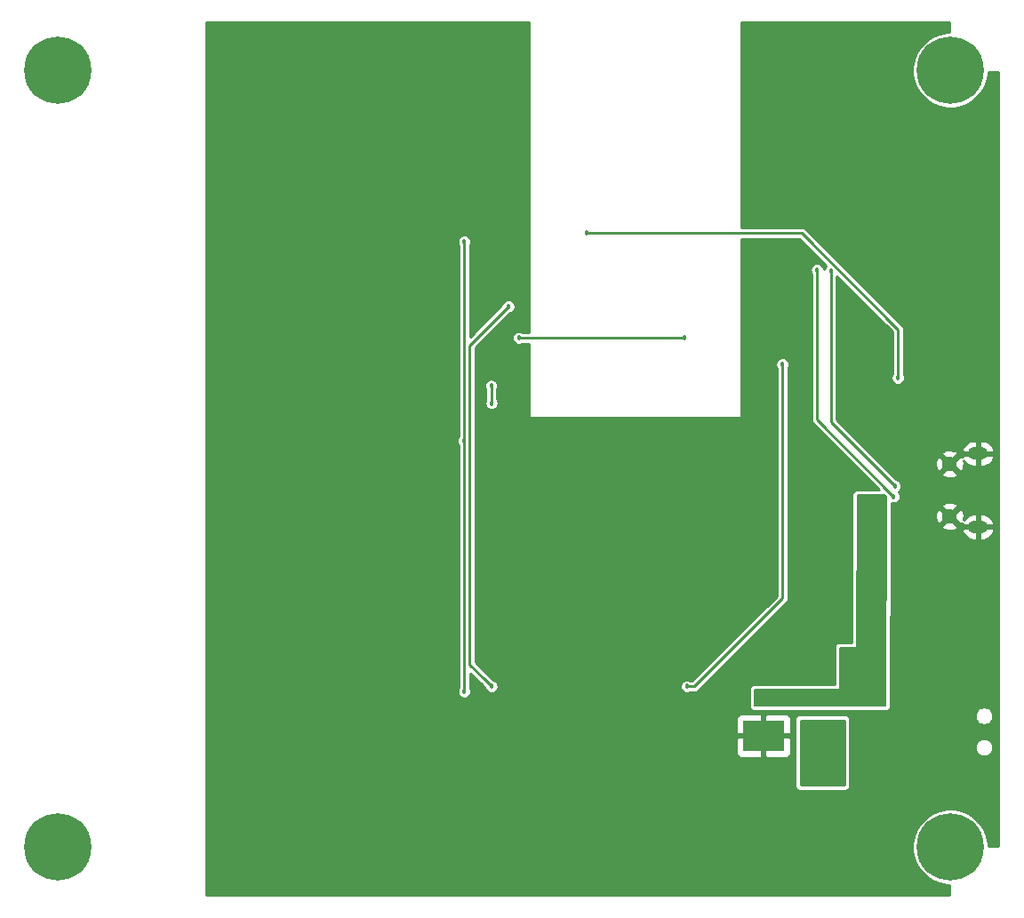
<source format=gbr>
%TF.GenerationSoftware,KiCad,Pcbnew,(5.1.6)-1*%
%TF.CreationDate,2020-08-30T19:00:44+08:00*%
%TF.ProjectId,tftesp8266,74667465-7370-4383-9236-362e6b696361,rev?*%
%TF.SameCoordinates,Original*%
%TF.FileFunction,Copper,L2,Bot*%
%TF.FilePolarity,Positive*%
%FSLAX46Y46*%
G04 Gerber Fmt 4.6, Leading zero omitted, Abs format (unit mm)*
G04 Created by KiCad (PCBNEW (5.1.6)-1) date 2020-08-30 19:00:44*
%MOMM*%
%LPD*%
G01*
G04 APERTURE LIST*
%TA.AperFunction,ComponentPad*%
%ADD10C,0.800000*%
%TD*%
%TA.AperFunction,ComponentPad*%
%ADD11C,6.400000*%
%TD*%
%TA.AperFunction,SMDPad,CuDef*%
%ADD12R,4.000000X3.000000*%
%TD*%
%TA.AperFunction,ComponentPad*%
%ADD13O,1.900000X1.200000*%
%TD*%
%TA.AperFunction,ComponentPad*%
%ADD14C,1.450000*%
%TD*%
%TA.AperFunction,ViaPad*%
%ADD15C,0.457200*%
%TD*%
%TA.AperFunction,ViaPad*%
%ADD16C,0.800000*%
%TD*%
%TA.AperFunction,Conductor*%
%ADD17C,0.254000*%
%TD*%
%TA.AperFunction,Conductor*%
%ADD18C,0.200000*%
%TD*%
G04 APERTURE END LIST*
D10*
%TO.P,REF\u002A\u002A,1*%
%TO.N,N/C*%
X188697056Y-121302944D03*
X187000000Y-120600000D03*
X185302944Y-121302944D03*
X184600000Y-123000000D03*
X185302944Y-124697056D03*
X187000000Y-125400000D03*
X188697056Y-124697056D03*
X189400000Y-123000000D03*
D11*
X187000000Y-123000000D03*
%TD*%
D10*
%TO.P,REF\u002A\u002A,1*%
%TO.N,N/C*%
X103697056Y-121302944D03*
X102000000Y-120600000D03*
X100302944Y-121302944D03*
X99600000Y-123000000D03*
X100302944Y-124697056D03*
X102000000Y-125400000D03*
X103697056Y-124697056D03*
X104400000Y-123000000D03*
D11*
X102000000Y-123000000D03*
%TD*%
D10*
%TO.P,REF\u002A\u002A,1*%
%TO.N,N/C*%
X188697056Y-47302944D03*
X187000000Y-46600000D03*
X185302944Y-47302944D03*
X184600000Y-49000000D03*
X185302944Y-50697056D03*
X187000000Y-51400000D03*
X188697056Y-50697056D03*
X189400000Y-49000000D03*
D11*
X187000000Y-49000000D03*
%TD*%
D10*
%TO.P,REF\u002A\u002A,1*%
%TO.N,N/C*%
X103697056Y-47302944D03*
X102000000Y-46600000D03*
X100302944Y-47302944D03*
X99600000Y-49000000D03*
X100302944Y-50697056D03*
X102000000Y-51400000D03*
X103697056Y-50697056D03*
X104400000Y-49000000D03*
D11*
X102000000Y-49000000D03*
%TD*%
D12*
%TO.P,BT1,2*%
%TO.N,GND*%
X169200000Y-112400000D03*
%TO.P,BT1,1*%
%TO.N,Net-(BT1-Pad1)*%
X174700000Y-112400000D03*
%TD*%
D13*
%TO.P,J1,6*%
%TO.N,GND*%
X189637500Y-85500000D03*
X189637500Y-92500000D03*
D14*
X186937500Y-86500000D03*
X186937500Y-91500000D03*
%TD*%
D15*
%TO.N,GND*%
X187000000Y-67000000D03*
X187000000Y-68000000D03*
X187000000Y-69000000D03*
X179000000Y-80000000D03*
X178000000Y-80000000D03*
X177000000Y-80000000D03*
X139300000Y-91000000D03*
X142300000Y-70000000D03*
X139300000Y-94499988D03*
D16*
%TO.N,Net-(BT1-Pad1)*%
X173200000Y-116400000D03*
X174200000Y-116400000D03*
X175200000Y-116400000D03*
X176200000Y-116400000D03*
D15*
%TO.N,VCC*%
X168800000Y-109300000D03*
X169500000Y-109300000D03*
D16*
X179700000Y-92900000D03*
X176900000Y-104500000D03*
X180100000Y-90300000D03*
D15*
%TO.N,/nRST*%
X182000000Y-78300000D03*
X140700000Y-65300000D03*
X140699992Y-108200000D03*
X152386088Y-64513908D03*
X140644400Y-84300000D03*
%TO.N,/GPIO16*%
X144900000Y-71500000D03*
X143300000Y-107700000D03*
%TO.N,Net-(J1-Pad3)*%
X181700000Y-88600000D03*
X175600000Y-68100006D03*
%TO.N,Net-(J1-Pad2)*%
X181600000Y-89600000D03*
X174300000Y-68000000D03*
%TO.N,/SDO*%
X143257128Y-79057120D03*
X143300000Y-80700000D03*
%TO.N,/DC*%
X161700000Y-74500000D03*
X145900000Y-74500004D03*
%TO.N,/GPIO0*%
X171000000Y-77000000D03*
X161899998Y-107700000D03*
%TD*%
D17*
%TO.N,/nRST*%
X140700000Y-65300000D02*
X140700000Y-108199992D01*
X140700000Y-108199992D02*
X140699992Y-108200000D01*
X172836192Y-64513908D02*
X152386088Y-64513908D01*
X182000000Y-73677716D02*
X172836192Y-64513908D01*
X182000000Y-78300000D02*
X182000000Y-73677716D01*
%TO.N,/GPIO16*%
X144900000Y-71500000D02*
X141200000Y-75200000D01*
X141200000Y-75200000D02*
X141200000Y-105600000D01*
X141200000Y-105600000D02*
X142700000Y-107100000D01*
X142700000Y-107100000D02*
X143300000Y-107700000D01*
%TO.N,Net-(J1-Pad3)*%
X175600000Y-82500000D02*
X175600000Y-68100006D01*
X181700000Y-88600000D02*
X175600000Y-82500000D01*
%TO.N,Net-(J1-Pad2)*%
X181600000Y-89600000D02*
X174300000Y-82300000D01*
X174300000Y-82300000D02*
X174300000Y-68000000D01*
%TO.N,/SDO*%
X143257128Y-80657128D02*
X143300000Y-80700000D01*
X143257128Y-79057120D02*
X143257128Y-80657128D01*
%TO.N,/DC*%
X145900004Y-74500000D02*
X145900000Y-74500004D01*
X161700000Y-74500000D02*
X145900004Y-74500000D01*
%TO.N,/GPIO0*%
X162600000Y-107700000D02*
X161899998Y-107700000D01*
X171000000Y-77000000D02*
X171000000Y-99300000D01*
X171000000Y-99300000D02*
X162600000Y-107700000D01*
%TD*%
D18*
%TO.N,VCC*%
G36*
X180849517Y-89594807D02*
G01*
X180800247Y-109500000D01*
X168400000Y-109500000D01*
X168400000Y-108000000D01*
X176400000Y-108000000D01*
X176419509Y-107998079D01*
X176438268Y-107992388D01*
X176455557Y-107983147D01*
X176470711Y-107970711D01*
X176483147Y-107955557D01*
X176492388Y-107938268D01*
X176498079Y-107919509D01*
X176500000Y-107900000D01*
X176500000Y-104000000D01*
X178000000Y-104000000D01*
X178019509Y-103998079D01*
X178038268Y-103992388D01*
X178055557Y-103983147D01*
X178070711Y-103970711D01*
X178083147Y-103955557D01*
X178092388Y-103938268D01*
X178098079Y-103919509D01*
X178099999Y-103900345D01*
X178149655Y-89500000D01*
X180754710Y-89500000D01*
X180849517Y-89594807D01*
G37*
X180849517Y-89594807D02*
X180800247Y-109500000D01*
X168400000Y-109500000D01*
X168400000Y-108000000D01*
X176400000Y-108000000D01*
X176419509Y-107998079D01*
X176438268Y-107992388D01*
X176455557Y-107983147D01*
X176470711Y-107970711D01*
X176483147Y-107955557D01*
X176492388Y-107938268D01*
X176498079Y-107919509D01*
X176500000Y-107900000D01*
X176500000Y-104000000D01*
X178000000Y-104000000D01*
X178019509Y-103998079D01*
X178038268Y-103992388D01*
X178055557Y-103983147D01*
X178070711Y-103970711D01*
X178083147Y-103955557D01*
X178092388Y-103938268D01*
X178098079Y-103919509D01*
X178099999Y-103900345D01*
X178149655Y-89500000D01*
X180754710Y-89500000D01*
X180849517Y-89594807D01*
D17*
%TO.N,Net-(BT1-Pad1)*%
G36*
X176873000Y-117073000D02*
G01*
X172727000Y-117073000D01*
X172727000Y-110927000D01*
X176873000Y-110927000D01*
X176873000Y-117073000D01*
G37*
X176873000Y-117073000D02*
X172727000Y-117073000D01*
X172727000Y-110927000D01*
X176873000Y-110927000D01*
X176873000Y-117073000D01*
%TO.N,GND*%
G36*
X146873000Y-73946000D02*
G01*
X146250923Y-73946000D01*
X146210543Y-73919019D01*
X146091231Y-73869599D01*
X145964571Y-73844404D01*
X145835429Y-73844404D01*
X145708769Y-73869599D01*
X145589457Y-73919019D01*
X145482079Y-73990766D01*
X145390762Y-74082083D01*
X145319015Y-74189461D01*
X145269595Y-74308773D01*
X145244400Y-74435433D01*
X145244400Y-74564575D01*
X145269595Y-74691235D01*
X145319015Y-74810547D01*
X145390762Y-74917925D01*
X145482079Y-75009242D01*
X145589457Y-75080989D01*
X145708769Y-75130409D01*
X145835429Y-75155604D01*
X145964571Y-75155604D01*
X146091231Y-75130409D01*
X146210543Y-75080989D01*
X146250935Y-75054000D01*
X146873000Y-75054000D01*
X146873000Y-82000000D01*
X146875440Y-82024776D01*
X146882667Y-82048601D01*
X146894403Y-82070557D01*
X146910197Y-82089803D01*
X146929443Y-82105597D01*
X146951399Y-82117333D01*
X146975224Y-82124560D01*
X147000000Y-82127000D01*
X167000000Y-82127000D01*
X167024776Y-82124560D01*
X167048601Y-82117333D01*
X167070557Y-82105597D01*
X167089803Y-82089803D01*
X167105597Y-82070557D01*
X167117333Y-82048601D01*
X167124560Y-82024776D01*
X167127000Y-82000000D01*
X167127000Y-65067908D01*
X172606719Y-65067908D01*
X175155829Y-67617018D01*
X175090762Y-67682085D01*
X175019015Y-67789463D01*
X174969595Y-67908775D01*
X174955600Y-67979130D01*
X174955600Y-67935429D01*
X174930405Y-67808769D01*
X174880985Y-67689457D01*
X174809238Y-67582079D01*
X174717921Y-67490762D01*
X174610543Y-67419015D01*
X174491231Y-67369595D01*
X174364571Y-67344400D01*
X174235429Y-67344400D01*
X174108769Y-67369595D01*
X173989457Y-67419015D01*
X173882079Y-67490762D01*
X173790762Y-67582079D01*
X173719015Y-67689457D01*
X173669595Y-67808769D01*
X173644400Y-67935429D01*
X173644400Y-68064571D01*
X173669595Y-68191231D01*
X173719015Y-68310543D01*
X173746001Y-68350931D01*
X173746000Y-82272796D01*
X173743321Y-82300000D01*
X173746000Y-82327204D01*
X173746000Y-82327211D01*
X173754016Y-82408602D01*
X173785695Y-82513031D01*
X173837137Y-82609275D01*
X173906368Y-82693632D01*
X173927510Y-82710983D01*
X180189526Y-88973000D01*
X178050000Y-88973000D01*
X177968141Y-88980920D01*
X177887955Y-89004942D01*
X177813997Y-89044147D01*
X177749108Y-89097026D01*
X177695783Y-89161549D01*
X177656069Y-89235235D01*
X177631494Y-89315253D01*
X177623003Y-89398528D01*
X177574470Y-103473000D01*
X176400000Y-103473000D01*
X176316696Y-103481205D01*
X176236594Y-103505503D01*
X176162772Y-103544962D01*
X176098065Y-103598065D01*
X176044962Y-103662772D01*
X176005503Y-103736594D01*
X175981205Y-103816696D01*
X175973000Y-103900000D01*
X175973000Y-107473000D01*
X168300000Y-107473000D01*
X168216696Y-107481205D01*
X168136594Y-107505503D01*
X168062772Y-107544962D01*
X167998065Y-107598065D01*
X167944962Y-107662772D01*
X167905503Y-107736594D01*
X167881205Y-107816696D01*
X167873000Y-107900000D01*
X167873000Y-109600000D01*
X167881205Y-109683304D01*
X167905503Y-109763406D01*
X167944962Y-109837228D01*
X167998065Y-109901935D01*
X168062772Y-109955038D01*
X168136594Y-109994497D01*
X168216696Y-110018795D01*
X168300000Y-110027000D01*
X180900000Y-110027000D01*
X180982267Y-110019000D01*
X181062429Y-109994900D01*
X181136349Y-109955624D01*
X181201186Y-109902681D01*
X181254449Y-109838107D01*
X181294091Y-109764382D01*
X181318588Y-109684340D01*
X181326999Y-109601057D01*
X181369478Y-92439133D01*
X186177972Y-92439133D01*
X186240465Y-92675450D01*
X186483178Y-92788850D01*
X186743349Y-92852719D01*
X187010982Y-92864604D01*
X187275791Y-92824048D01*
X187293523Y-92817609D01*
X188094038Y-92817609D01*
X188097909Y-92855282D01*
X188190079Y-93080533D01*
X188324422Y-93283474D01*
X188495775Y-93456307D01*
X188697554Y-93592390D01*
X188922004Y-93686493D01*
X189160500Y-93735000D01*
X189510500Y-93735000D01*
X189510500Y-92627000D01*
X189764500Y-92627000D01*
X189764500Y-93735000D01*
X190114500Y-93735000D01*
X190352996Y-93686493D01*
X190577446Y-93592390D01*
X190779225Y-93456307D01*
X190950578Y-93283474D01*
X191084921Y-93080533D01*
X191177091Y-92855282D01*
X191180962Y-92817609D01*
X191056231Y-92627000D01*
X189764500Y-92627000D01*
X189510500Y-92627000D01*
X188218769Y-92627000D01*
X188094038Y-92817609D01*
X187293523Y-92817609D01*
X187527600Y-92732609D01*
X187634535Y-92675450D01*
X187697028Y-92439133D01*
X186937500Y-91679605D01*
X186177972Y-92439133D01*
X181369478Y-92439133D01*
X181371621Y-91573482D01*
X185572896Y-91573482D01*
X185613452Y-91838291D01*
X185704891Y-92090100D01*
X185762050Y-92197035D01*
X185998367Y-92259528D01*
X186757895Y-91500000D01*
X187117105Y-91500000D01*
X187876633Y-92259528D01*
X188104997Y-92199138D01*
X188218769Y-92373000D01*
X189510500Y-92373000D01*
X189510500Y-91265000D01*
X189764500Y-91265000D01*
X189764500Y-92373000D01*
X191056231Y-92373000D01*
X191180962Y-92182391D01*
X191177091Y-92144718D01*
X191084921Y-91919467D01*
X190950578Y-91716526D01*
X190779225Y-91543693D01*
X190577446Y-91407610D01*
X190352996Y-91313507D01*
X190114500Y-91265000D01*
X189764500Y-91265000D01*
X189510500Y-91265000D01*
X189160500Y-91265000D01*
X188922004Y-91313507D01*
X188697554Y-91407610D01*
X188495775Y-91543693D01*
X188324422Y-91716526D01*
X188261329Y-91811836D01*
X188290219Y-91694151D01*
X188302104Y-91426518D01*
X188261548Y-91161709D01*
X188170109Y-90909900D01*
X188112950Y-90802965D01*
X187876633Y-90740472D01*
X187117105Y-91500000D01*
X186757895Y-91500000D01*
X185998367Y-90740472D01*
X185762050Y-90802965D01*
X185648650Y-91045678D01*
X185584781Y-91305849D01*
X185572896Y-91573482D01*
X181371621Y-91573482D01*
X181374128Y-90560867D01*
X186177972Y-90560867D01*
X186937500Y-91320395D01*
X187697028Y-90560867D01*
X187634535Y-90324550D01*
X187391822Y-90211150D01*
X187131651Y-90147281D01*
X186864018Y-90135396D01*
X186599209Y-90175952D01*
X186347400Y-90267391D01*
X186240465Y-90324550D01*
X186177972Y-90560867D01*
X181374128Y-90560867D01*
X181374981Y-90216410D01*
X181408769Y-90230405D01*
X181535429Y-90255600D01*
X181664571Y-90255600D01*
X181791231Y-90230405D01*
X181910543Y-90180985D01*
X182017921Y-90109238D01*
X182109238Y-90017921D01*
X182180985Y-89910543D01*
X182230405Y-89791231D01*
X182255600Y-89664571D01*
X182255600Y-89535429D01*
X182230405Y-89408769D01*
X182180985Y-89289457D01*
X182109238Y-89182079D01*
X182069051Y-89141892D01*
X182117921Y-89109238D01*
X182209238Y-89017921D01*
X182280985Y-88910543D01*
X182330405Y-88791231D01*
X182355600Y-88664571D01*
X182355600Y-88535429D01*
X182330405Y-88408769D01*
X182280985Y-88289457D01*
X182209238Y-88182079D01*
X182117921Y-88090762D01*
X182010543Y-88019015D01*
X181891231Y-87969595D01*
X181843594Y-87960119D01*
X181322608Y-87439133D01*
X186177972Y-87439133D01*
X186240465Y-87675450D01*
X186483178Y-87788850D01*
X186743349Y-87852719D01*
X187010982Y-87864604D01*
X187275791Y-87824048D01*
X187527600Y-87732609D01*
X187634535Y-87675450D01*
X187697028Y-87439133D01*
X186937500Y-86679605D01*
X186177972Y-87439133D01*
X181322608Y-87439133D01*
X180456957Y-86573482D01*
X185572896Y-86573482D01*
X185613452Y-86838291D01*
X185704891Y-87090100D01*
X185762050Y-87197035D01*
X185998367Y-87259528D01*
X186757895Y-86500000D01*
X187117105Y-86500000D01*
X187876633Y-87259528D01*
X188112950Y-87197035D01*
X188226350Y-86954322D01*
X188290219Y-86694151D01*
X188302104Y-86426518D01*
X188266885Y-86196558D01*
X188324422Y-86283474D01*
X188495775Y-86456307D01*
X188697554Y-86592390D01*
X188922004Y-86686493D01*
X189160500Y-86735000D01*
X189510500Y-86735000D01*
X189510500Y-85627000D01*
X189764500Y-85627000D01*
X189764500Y-86735000D01*
X190114500Y-86735000D01*
X190352996Y-86686493D01*
X190577446Y-86592390D01*
X190779225Y-86456307D01*
X190950578Y-86283474D01*
X191084921Y-86080533D01*
X191177091Y-85855282D01*
X191180962Y-85817609D01*
X191056231Y-85627000D01*
X189764500Y-85627000D01*
X189510500Y-85627000D01*
X188218769Y-85627000D01*
X188104997Y-85800862D01*
X187876633Y-85740472D01*
X187117105Y-86500000D01*
X186757895Y-86500000D01*
X185998367Y-85740472D01*
X185762050Y-85802965D01*
X185648650Y-86045678D01*
X185584781Y-86305849D01*
X185572896Y-86573482D01*
X180456957Y-86573482D01*
X179444342Y-85560867D01*
X186177972Y-85560867D01*
X186937500Y-86320395D01*
X187697028Y-85560867D01*
X187634535Y-85324550D01*
X187391822Y-85211150D01*
X187274672Y-85182391D01*
X188094038Y-85182391D01*
X188218769Y-85373000D01*
X189510500Y-85373000D01*
X189510500Y-84265000D01*
X189764500Y-84265000D01*
X189764500Y-85373000D01*
X191056231Y-85373000D01*
X191180962Y-85182391D01*
X191177091Y-85144718D01*
X191084921Y-84919467D01*
X190950578Y-84716526D01*
X190779225Y-84543693D01*
X190577446Y-84407610D01*
X190352996Y-84313507D01*
X190114500Y-84265000D01*
X189764500Y-84265000D01*
X189510500Y-84265000D01*
X189160500Y-84265000D01*
X188922004Y-84313507D01*
X188697554Y-84407610D01*
X188495775Y-84543693D01*
X188324422Y-84716526D01*
X188190079Y-84919467D01*
X188097909Y-85144718D01*
X188094038Y-85182391D01*
X187274672Y-85182391D01*
X187131651Y-85147281D01*
X186864018Y-85135396D01*
X186599209Y-85175952D01*
X186347400Y-85267391D01*
X186240465Y-85324550D01*
X186177972Y-85560867D01*
X179444342Y-85560867D01*
X176154000Y-82270527D01*
X176154000Y-68615190D01*
X181446001Y-73907192D01*
X181446000Y-77949071D01*
X181419015Y-77989457D01*
X181369595Y-78108769D01*
X181344400Y-78235429D01*
X181344400Y-78364571D01*
X181369595Y-78491231D01*
X181419015Y-78610543D01*
X181490762Y-78717921D01*
X181582079Y-78809238D01*
X181689457Y-78880985D01*
X181808769Y-78930405D01*
X181935429Y-78955600D01*
X182064571Y-78955600D01*
X182191231Y-78930405D01*
X182310543Y-78880985D01*
X182417921Y-78809238D01*
X182509238Y-78717921D01*
X182580985Y-78610543D01*
X182630405Y-78491231D01*
X182655600Y-78364571D01*
X182655600Y-78235429D01*
X182630405Y-78108769D01*
X182580985Y-77989457D01*
X182554000Y-77949071D01*
X182554000Y-73704928D01*
X182556680Y-73677716D01*
X182545984Y-73569113D01*
X182514305Y-73464684D01*
X182462863Y-73368441D01*
X182410979Y-73305220D01*
X182410974Y-73305215D01*
X182393632Y-73284084D01*
X182372501Y-73266742D01*
X173247175Y-64141418D01*
X173229824Y-64120276D01*
X173145467Y-64051045D01*
X173049224Y-63999603D01*
X172944795Y-63967924D01*
X172863404Y-63959908D01*
X172863396Y-63959908D01*
X172836192Y-63957229D01*
X172808988Y-63959908D01*
X167127000Y-63959908D01*
X167127000Y-44452000D01*
X186873000Y-44452000D01*
X186873000Y-45373000D01*
X186642772Y-45373000D01*
X185942043Y-45512383D01*
X185281971Y-45785794D01*
X184687922Y-46182725D01*
X184182725Y-46687922D01*
X183785794Y-47281971D01*
X183512383Y-47942043D01*
X183373000Y-48642772D01*
X183373000Y-49357228D01*
X183512383Y-50057957D01*
X183785794Y-50718029D01*
X184182725Y-51312078D01*
X184687922Y-51817275D01*
X185281971Y-52214206D01*
X185942043Y-52487617D01*
X186642772Y-52627000D01*
X187357228Y-52627000D01*
X188057957Y-52487617D01*
X188718029Y-52214206D01*
X189312078Y-51817275D01*
X189817275Y-51312078D01*
X190214206Y-50718029D01*
X190487617Y-50057957D01*
X190627000Y-49357228D01*
X190627000Y-49127000D01*
X191548000Y-49127000D01*
X191548001Y-122873000D01*
X190627000Y-122873000D01*
X190627000Y-122642772D01*
X190487617Y-121942043D01*
X190214206Y-121281971D01*
X189817275Y-120687922D01*
X189312078Y-120182725D01*
X188718029Y-119785794D01*
X188057957Y-119512383D01*
X187357228Y-119373000D01*
X186642772Y-119373000D01*
X185942043Y-119512383D01*
X185281971Y-119785794D01*
X184687922Y-120182725D01*
X184182725Y-120687922D01*
X183785794Y-121281971D01*
X183512383Y-121942043D01*
X183373000Y-122642772D01*
X183373000Y-123357228D01*
X183512383Y-124057957D01*
X183785794Y-124718029D01*
X184182725Y-125312078D01*
X184687922Y-125817275D01*
X185281971Y-126214206D01*
X185942043Y-126487617D01*
X186642772Y-126627000D01*
X186873000Y-126627000D01*
X186873000Y-127548000D01*
X116127000Y-127548000D01*
X116127000Y-113900000D01*
X166561928Y-113900000D01*
X166574188Y-114024482D01*
X166610498Y-114144180D01*
X166669463Y-114254494D01*
X166748815Y-114351185D01*
X166845506Y-114430537D01*
X166955820Y-114489502D01*
X167075518Y-114525812D01*
X167200000Y-114538072D01*
X168914250Y-114535000D01*
X169073000Y-114376250D01*
X169073000Y-112527000D01*
X169327000Y-112527000D01*
X169327000Y-114376250D01*
X169485750Y-114535000D01*
X171200000Y-114538072D01*
X171324482Y-114525812D01*
X171444180Y-114489502D01*
X171554494Y-114430537D01*
X171651185Y-114351185D01*
X171730537Y-114254494D01*
X171789502Y-114144180D01*
X171825812Y-114024482D01*
X171838072Y-113900000D01*
X171835000Y-112685750D01*
X171676250Y-112527000D01*
X169327000Y-112527000D01*
X169073000Y-112527000D01*
X166723750Y-112527000D01*
X166565000Y-112685750D01*
X166561928Y-113900000D01*
X116127000Y-113900000D01*
X116127000Y-110900000D01*
X166561928Y-110900000D01*
X166565000Y-112114250D01*
X166723750Y-112273000D01*
X169073000Y-112273000D01*
X169073000Y-110423750D01*
X169327000Y-110423750D01*
X169327000Y-112273000D01*
X171676250Y-112273000D01*
X171835000Y-112114250D01*
X171838072Y-110900000D01*
X171828224Y-110800000D01*
X172173000Y-110800000D01*
X172173000Y-117200000D01*
X172181205Y-117283304D01*
X172205503Y-117363406D01*
X172244962Y-117437228D01*
X172298065Y-117501935D01*
X172362772Y-117555038D01*
X172436594Y-117594497D01*
X172516696Y-117618795D01*
X172600000Y-117627000D01*
X177000000Y-117627000D01*
X177083304Y-117618795D01*
X177163406Y-117594497D01*
X177237228Y-117555038D01*
X177301935Y-117501935D01*
X177355038Y-117437228D01*
X177394497Y-117363406D01*
X177418795Y-117283304D01*
X177427000Y-117200000D01*
X177427000Y-113413623D01*
X189323000Y-113413623D01*
X189323000Y-113586377D01*
X189356703Y-113755811D01*
X189422813Y-113915415D01*
X189518790Y-114059055D01*
X189640945Y-114181210D01*
X189784585Y-114277187D01*
X189944189Y-114343297D01*
X190113623Y-114377000D01*
X190286377Y-114377000D01*
X190455811Y-114343297D01*
X190615415Y-114277187D01*
X190759055Y-114181210D01*
X190881210Y-114059055D01*
X190977187Y-113915415D01*
X191043297Y-113755811D01*
X191077000Y-113586377D01*
X191077000Y-113413623D01*
X191043297Y-113244189D01*
X190977187Y-113084585D01*
X190881210Y-112940945D01*
X190759055Y-112818790D01*
X190615415Y-112722813D01*
X190455811Y-112656703D01*
X190286377Y-112623000D01*
X190113623Y-112623000D01*
X189944189Y-112656703D01*
X189784585Y-112722813D01*
X189640945Y-112818790D01*
X189518790Y-112940945D01*
X189422813Y-113084585D01*
X189356703Y-113244189D01*
X189323000Y-113413623D01*
X177427000Y-113413623D01*
X177427000Y-110800000D01*
X177418795Y-110716696D01*
X177394497Y-110636594D01*
X177355038Y-110562772D01*
X177301935Y-110498065D01*
X177237228Y-110444962D01*
X177178598Y-110413623D01*
X189323000Y-110413623D01*
X189323000Y-110586377D01*
X189356703Y-110755811D01*
X189422813Y-110915415D01*
X189518790Y-111059055D01*
X189640945Y-111181210D01*
X189784585Y-111277187D01*
X189944189Y-111343297D01*
X190113623Y-111377000D01*
X190286377Y-111377000D01*
X190455811Y-111343297D01*
X190615415Y-111277187D01*
X190759055Y-111181210D01*
X190881210Y-111059055D01*
X190977187Y-110915415D01*
X191043297Y-110755811D01*
X191077000Y-110586377D01*
X191077000Y-110413623D01*
X191043297Y-110244189D01*
X190977187Y-110084585D01*
X190881210Y-109940945D01*
X190759055Y-109818790D01*
X190615415Y-109722813D01*
X190455811Y-109656703D01*
X190286377Y-109623000D01*
X190113623Y-109623000D01*
X189944189Y-109656703D01*
X189784585Y-109722813D01*
X189640945Y-109818790D01*
X189518790Y-109940945D01*
X189422813Y-110084585D01*
X189356703Y-110244189D01*
X189323000Y-110413623D01*
X177178598Y-110413623D01*
X177163406Y-110405503D01*
X177083304Y-110381205D01*
X177000000Y-110373000D01*
X172600000Y-110373000D01*
X172516696Y-110381205D01*
X172436594Y-110405503D01*
X172362772Y-110444962D01*
X172298065Y-110498065D01*
X172244962Y-110562772D01*
X172205503Y-110636594D01*
X172181205Y-110716696D01*
X172173000Y-110800000D01*
X171828224Y-110800000D01*
X171825812Y-110775518D01*
X171789502Y-110655820D01*
X171730537Y-110545506D01*
X171651185Y-110448815D01*
X171554494Y-110369463D01*
X171444180Y-110310498D01*
X171324482Y-110274188D01*
X171200000Y-110261928D01*
X169485750Y-110265000D01*
X169327000Y-110423750D01*
X169073000Y-110423750D01*
X168914250Y-110265000D01*
X167200000Y-110261928D01*
X167075518Y-110274188D01*
X166955820Y-110310498D01*
X166845506Y-110369463D01*
X166748815Y-110448815D01*
X166669463Y-110545506D01*
X166610498Y-110655820D01*
X166574188Y-110775518D01*
X166561928Y-110900000D01*
X116127000Y-110900000D01*
X116127000Y-84235429D01*
X139988800Y-84235429D01*
X139988800Y-84364571D01*
X140013995Y-84491231D01*
X140063415Y-84610543D01*
X140135162Y-84717921D01*
X140146000Y-84728759D01*
X140146001Y-107849057D01*
X140119007Y-107889457D01*
X140069587Y-108008769D01*
X140044392Y-108135429D01*
X140044392Y-108264571D01*
X140069587Y-108391231D01*
X140119007Y-108510543D01*
X140190754Y-108617921D01*
X140282071Y-108709238D01*
X140389449Y-108780985D01*
X140508761Y-108830405D01*
X140635421Y-108855600D01*
X140764563Y-108855600D01*
X140891223Y-108830405D01*
X141010535Y-108780985D01*
X141117913Y-108709238D01*
X141209230Y-108617921D01*
X141280977Y-108510543D01*
X141330397Y-108391231D01*
X141355592Y-108264571D01*
X141355592Y-108135429D01*
X141330397Y-108008769D01*
X141280977Y-107889457D01*
X141254000Y-107849083D01*
X141254000Y-106437473D01*
X142327504Y-107510978D01*
X142327509Y-107510982D01*
X142660119Y-107843592D01*
X142669595Y-107891231D01*
X142719015Y-108010543D01*
X142790762Y-108117921D01*
X142882079Y-108209238D01*
X142989457Y-108280985D01*
X143108769Y-108330405D01*
X143235429Y-108355600D01*
X143364571Y-108355600D01*
X143491231Y-108330405D01*
X143610543Y-108280985D01*
X143717921Y-108209238D01*
X143809238Y-108117921D01*
X143880985Y-108010543D01*
X143930405Y-107891231D01*
X143955600Y-107764571D01*
X143955600Y-107635429D01*
X161244398Y-107635429D01*
X161244398Y-107764571D01*
X161269593Y-107891231D01*
X161319013Y-108010543D01*
X161390760Y-108117921D01*
X161482077Y-108209238D01*
X161589455Y-108280985D01*
X161708767Y-108330405D01*
X161835427Y-108355600D01*
X161964569Y-108355600D01*
X162091229Y-108330405D01*
X162210541Y-108280985D01*
X162250927Y-108254000D01*
X162572796Y-108254000D01*
X162600000Y-108256679D01*
X162627204Y-108254000D01*
X162627212Y-108254000D01*
X162708603Y-108245984D01*
X162813032Y-108214305D01*
X162909275Y-108162863D01*
X162993632Y-108093632D01*
X163010983Y-108072490D01*
X171372501Y-99710974D01*
X171393632Y-99693632D01*
X171410974Y-99672501D01*
X171410979Y-99672496D01*
X171462862Y-99609276D01*
X171514304Y-99513033D01*
X171514305Y-99513032D01*
X171545984Y-99408603D01*
X171554000Y-99327212D01*
X171554000Y-99327204D01*
X171556679Y-99300000D01*
X171554000Y-99272796D01*
X171554000Y-77350929D01*
X171580985Y-77310543D01*
X171630405Y-77191231D01*
X171655600Y-77064571D01*
X171655600Y-76935429D01*
X171630405Y-76808769D01*
X171580985Y-76689457D01*
X171509238Y-76582079D01*
X171417921Y-76490762D01*
X171310543Y-76419015D01*
X171191231Y-76369595D01*
X171064571Y-76344400D01*
X170935429Y-76344400D01*
X170808769Y-76369595D01*
X170689457Y-76419015D01*
X170582079Y-76490762D01*
X170490762Y-76582079D01*
X170419015Y-76689457D01*
X170369595Y-76808769D01*
X170344400Y-76935429D01*
X170344400Y-77064571D01*
X170369595Y-77191231D01*
X170419015Y-77310543D01*
X170446000Y-77350929D01*
X170446001Y-99070524D01*
X162370527Y-107146000D01*
X162250927Y-107146000D01*
X162210541Y-107119015D01*
X162091229Y-107069595D01*
X161964569Y-107044400D01*
X161835427Y-107044400D01*
X161708767Y-107069595D01*
X161589455Y-107119015D01*
X161482077Y-107190762D01*
X161390760Y-107282079D01*
X161319013Y-107389457D01*
X161269593Y-107508769D01*
X161244398Y-107635429D01*
X143955600Y-107635429D01*
X143930405Y-107508769D01*
X143880985Y-107389457D01*
X143809238Y-107282079D01*
X143717921Y-107190762D01*
X143610543Y-107119015D01*
X143491231Y-107069595D01*
X143443592Y-107060119D01*
X143110982Y-106727509D01*
X143110978Y-106727504D01*
X141754000Y-105370527D01*
X141754000Y-78992549D01*
X142601528Y-78992549D01*
X142601528Y-79121691D01*
X142626723Y-79248351D01*
X142676143Y-79367663D01*
X142703128Y-79408050D01*
X142703129Y-80427810D01*
X142669595Y-80508769D01*
X142644400Y-80635429D01*
X142644400Y-80764571D01*
X142669595Y-80891231D01*
X142719015Y-81010543D01*
X142790762Y-81117921D01*
X142882079Y-81209238D01*
X142989457Y-81280985D01*
X143108769Y-81330405D01*
X143235429Y-81355600D01*
X143364571Y-81355600D01*
X143491231Y-81330405D01*
X143610543Y-81280985D01*
X143717921Y-81209238D01*
X143809238Y-81117921D01*
X143880985Y-81010543D01*
X143930405Y-80891231D01*
X143955600Y-80764571D01*
X143955600Y-80635429D01*
X143930405Y-80508769D01*
X143880985Y-80389457D01*
X143811128Y-80284908D01*
X143811128Y-79408049D01*
X143838113Y-79367663D01*
X143887533Y-79248351D01*
X143912728Y-79121691D01*
X143912728Y-78992549D01*
X143887533Y-78865889D01*
X143838113Y-78746577D01*
X143766366Y-78639199D01*
X143675049Y-78547882D01*
X143567671Y-78476135D01*
X143448359Y-78426715D01*
X143321699Y-78401520D01*
X143192557Y-78401520D01*
X143065897Y-78426715D01*
X142946585Y-78476135D01*
X142839207Y-78547882D01*
X142747890Y-78639199D01*
X142676143Y-78746577D01*
X142626723Y-78865889D01*
X142601528Y-78992549D01*
X141754000Y-78992549D01*
X141754000Y-75429473D01*
X145043593Y-72139881D01*
X145091231Y-72130405D01*
X145210543Y-72080985D01*
X145317921Y-72009238D01*
X145409238Y-71917921D01*
X145480985Y-71810543D01*
X145530405Y-71691231D01*
X145555600Y-71564571D01*
X145555600Y-71435429D01*
X145530405Y-71308769D01*
X145480985Y-71189457D01*
X145409238Y-71082079D01*
X145317921Y-70990762D01*
X145210543Y-70919015D01*
X145091231Y-70869595D01*
X144964571Y-70844400D01*
X144835429Y-70844400D01*
X144708769Y-70869595D01*
X144589457Y-70919015D01*
X144482079Y-70990762D01*
X144390762Y-71082079D01*
X144319015Y-71189457D01*
X144269595Y-71308769D01*
X144260119Y-71356407D01*
X141254000Y-74362527D01*
X141254000Y-65650929D01*
X141280985Y-65610543D01*
X141330405Y-65491231D01*
X141355600Y-65364571D01*
X141355600Y-65235429D01*
X141330405Y-65108769D01*
X141280985Y-64989457D01*
X141209238Y-64882079D01*
X141117921Y-64790762D01*
X141010543Y-64719015D01*
X140891231Y-64669595D01*
X140764571Y-64644400D01*
X140635429Y-64644400D01*
X140508769Y-64669595D01*
X140389457Y-64719015D01*
X140282079Y-64790762D01*
X140190762Y-64882079D01*
X140119015Y-64989457D01*
X140069595Y-65108769D01*
X140044400Y-65235429D01*
X140044400Y-65364571D01*
X140069595Y-65491231D01*
X140119015Y-65610543D01*
X140146000Y-65650929D01*
X140146000Y-83871241D01*
X140135162Y-83882079D01*
X140063415Y-83989457D01*
X140013995Y-84108769D01*
X139988800Y-84235429D01*
X116127000Y-84235429D01*
X116127000Y-44452000D01*
X146873000Y-44452000D01*
X146873000Y-73946000D01*
G37*
X146873000Y-73946000D02*
X146250923Y-73946000D01*
X146210543Y-73919019D01*
X146091231Y-73869599D01*
X145964571Y-73844404D01*
X145835429Y-73844404D01*
X145708769Y-73869599D01*
X145589457Y-73919019D01*
X145482079Y-73990766D01*
X145390762Y-74082083D01*
X145319015Y-74189461D01*
X145269595Y-74308773D01*
X145244400Y-74435433D01*
X145244400Y-74564575D01*
X145269595Y-74691235D01*
X145319015Y-74810547D01*
X145390762Y-74917925D01*
X145482079Y-75009242D01*
X145589457Y-75080989D01*
X145708769Y-75130409D01*
X145835429Y-75155604D01*
X145964571Y-75155604D01*
X146091231Y-75130409D01*
X146210543Y-75080989D01*
X146250935Y-75054000D01*
X146873000Y-75054000D01*
X146873000Y-82000000D01*
X146875440Y-82024776D01*
X146882667Y-82048601D01*
X146894403Y-82070557D01*
X146910197Y-82089803D01*
X146929443Y-82105597D01*
X146951399Y-82117333D01*
X146975224Y-82124560D01*
X147000000Y-82127000D01*
X167000000Y-82127000D01*
X167024776Y-82124560D01*
X167048601Y-82117333D01*
X167070557Y-82105597D01*
X167089803Y-82089803D01*
X167105597Y-82070557D01*
X167117333Y-82048601D01*
X167124560Y-82024776D01*
X167127000Y-82000000D01*
X167127000Y-65067908D01*
X172606719Y-65067908D01*
X175155829Y-67617018D01*
X175090762Y-67682085D01*
X175019015Y-67789463D01*
X174969595Y-67908775D01*
X174955600Y-67979130D01*
X174955600Y-67935429D01*
X174930405Y-67808769D01*
X174880985Y-67689457D01*
X174809238Y-67582079D01*
X174717921Y-67490762D01*
X174610543Y-67419015D01*
X174491231Y-67369595D01*
X174364571Y-67344400D01*
X174235429Y-67344400D01*
X174108769Y-67369595D01*
X173989457Y-67419015D01*
X173882079Y-67490762D01*
X173790762Y-67582079D01*
X173719015Y-67689457D01*
X173669595Y-67808769D01*
X173644400Y-67935429D01*
X173644400Y-68064571D01*
X173669595Y-68191231D01*
X173719015Y-68310543D01*
X173746001Y-68350931D01*
X173746000Y-82272796D01*
X173743321Y-82300000D01*
X173746000Y-82327204D01*
X173746000Y-82327211D01*
X173754016Y-82408602D01*
X173785695Y-82513031D01*
X173837137Y-82609275D01*
X173906368Y-82693632D01*
X173927510Y-82710983D01*
X180189526Y-88973000D01*
X178050000Y-88973000D01*
X177968141Y-88980920D01*
X177887955Y-89004942D01*
X177813997Y-89044147D01*
X177749108Y-89097026D01*
X177695783Y-89161549D01*
X177656069Y-89235235D01*
X177631494Y-89315253D01*
X177623003Y-89398528D01*
X177574470Y-103473000D01*
X176400000Y-103473000D01*
X176316696Y-103481205D01*
X176236594Y-103505503D01*
X176162772Y-103544962D01*
X176098065Y-103598065D01*
X176044962Y-103662772D01*
X176005503Y-103736594D01*
X175981205Y-103816696D01*
X175973000Y-103900000D01*
X175973000Y-107473000D01*
X168300000Y-107473000D01*
X168216696Y-107481205D01*
X168136594Y-107505503D01*
X168062772Y-107544962D01*
X167998065Y-107598065D01*
X167944962Y-107662772D01*
X167905503Y-107736594D01*
X167881205Y-107816696D01*
X167873000Y-107900000D01*
X167873000Y-109600000D01*
X167881205Y-109683304D01*
X167905503Y-109763406D01*
X167944962Y-109837228D01*
X167998065Y-109901935D01*
X168062772Y-109955038D01*
X168136594Y-109994497D01*
X168216696Y-110018795D01*
X168300000Y-110027000D01*
X180900000Y-110027000D01*
X180982267Y-110019000D01*
X181062429Y-109994900D01*
X181136349Y-109955624D01*
X181201186Y-109902681D01*
X181254449Y-109838107D01*
X181294091Y-109764382D01*
X181318588Y-109684340D01*
X181326999Y-109601057D01*
X181369478Y-92439133D01*
X186177972Y-92439133D01*
X186240465Y-92675450D01*
X186483178Y-92788850D01*
X186743349Y-92852719D01*
X187010982Y-92864604D01*
X187275791Y-92824048D01*
X187293523Y-92817609D01*
X188094038Y-92817609D01*
X188097909Y-92855282D01*
X188190079Y-93080533D01*
X188324422Y-93283474D01*
X188495775Y-93456307D01*
X188697554Y-93592390D01*
X188922004Y-93686493D01*
X189160500Y-93735000D01*
X189510500Y-93735000D01*
X189510500Y-92627000D01*
X189764500Y-92627000D01*
X189764500Y-93735000D01*
X190114500Y-93735000D01*
X190352996Y-93686493D01*
X190577446Y-93592390D01*
X190779225Y-93456307D01*
X190950578Y-93283474D01*
X191084921Y-93080533D01*
X191177091Y-92855282D01*
X191180962Y-92817609D01*
X191056231Y-92627000D01*
X189764500Y-92627000D01*
X189510500Y-92627000D01*
X188218769Y-92627000D01*
X188094038Y-92817609D01*
X187293523Y-92817609D01*
X187527600Y-92732609D01*
X187634535Y-92675450D01*
X187697028Y-92439133D01*
X186937500Y-91679605D01*
X186177972Y-92439133D01*
X181369478Y-92439133D01*
X181371621Y-91573482D01*
X185572896Y-91573482D01*
X185613452Y-91838291D01*
X185704891Y-92090100D01*
X185762050Y-92197035D01*
X185998367Y-92259528D01*
X186757895Y-91500000D01*
X187117105Y-91500000D01*
X187876633Y-92259528D01*
X188104997Y-92199138D01*
X188218769Y-92373000D01*
X189510500Y-92373000D01*
X189510500Y-91265000D01*
X189764500Y-91265000D01*
X189764500Y-92373000D01*
X191056231Y-92373000D01*
X191180962Y-92182391D01*
X191177091Y-92144718D01*
X191084921Y-91919467D01*
X190950578Y-91716526D01*
X190779225Y-91543693D01*
X190577446Y-91407610D01*
X190352996Y-91313507D01*
X190114500Y-91265000D01*
X189764500Y-91265000D01*
X189510500Y-91265000D01*
X189160500Y-91265000D01*
X188922004Y-91313507D01*
X188697554Y-91407610D01*
X188495775Y-91543693D01*
X188324422Y-91716526D01*
X188261329Y-91811836D01*
X188290219Y-91694151D01*
X188302104Y-91426518D01*
X188261548Y-91161709D01*
X188170109Y-90909900D01*
X188112950Y-90802965D01*
X187876633Y-90740472D01*
X187117105Y-91500000D01*
X186757895Y-91500000D01*
X185998367Y-90740472D01*
X185762050Y-90802965D01*
X185648650Y-91045678D01*
X185584781Y-91305849D01*
X185572896Y-91573482D01*
X181371621Y-91573482D01*
X181374128Y-90560867D01*
X186177972Y-90560867D01*
X186937500Y-91320395D01*
X187697028Y-90560867D01*
X187634535Y-90324550D01*
X187391822Y-90211150D01*
X187131651Y-90147281D01*
X186864018Y-90135396D01*
X186599209Y-90175952D01*
X186347400Y-90267391D01*
X186240465Y-90324550D01*
X186177972Y-90560867D01*
X181374128Y-90560867D01*
X181374981Y-90216410D01*
X181408769Y-90230405D01*
X181535429Y-90255600D01*
X181664571Y-90255600D01*
X181791231Y-90230405D01*
X181910543Y-90180985D01*
X182017921Y-90109238D01*
X182109238Y-90017921D01*
X182180985Y-89910543D01*
X182230405Y-89791231D01*
X182255600Y-89664571D01*
X182255600Y-89535429D01*
X182230405Y-89408769D01*
X182180985Y-89289457D01*
X182109238Y-89182079D01*
X182069051Y-89141892D01*
X182117921Y-89109238D01*
X182209238Y-89017921D01*
X182280985Y-88910543D01*
X182330405Y-88791231D01*
X182355600Y-88664571D01*
X182355600Y-88535429D01*
X182330405Y-88408769D01*
X182280985Y-88289457D01*
X182209238Y-88182079D01*
X182117921Y-88090762D01*
X182010543Y-88019015D01*
X181891231Y-87969595D01*
X181843594Y-87960119D01*
X181322608Y-87439133D01*
X186177972Y-87439133D01*
X186240465Y-87675450D01*
X186483178Y-87788850D01*
X186743349Y-87852719D01*
X187010982Y-87864604D01*
X187275791Y-87824048D01*
X187527600Y-87732609D01*
X187634535Y-87675450D01*
X187697028Y-87439133D01*
X186937500Y-86679605D01*
X186177972Y-87439133D01*
X181322608Y-87439133D01*
X180456957Y-86573482D01*
X185572896Y-86573482D01*
X185613452Y-86838291D01*
X185704891Y-87090100D01*
X185762050Y-87197035D01*
X185998367Y-87259528D01*
X186757895Y-86500000D01*
X187117105Y-86500000D01*
X187876633Y-87259528D01*
X188112950Y-87197035D01*
X188226350Y-86954322D01*
X188290219Y-86694151D01*
X188302104Y-86426518D01*
X188266885Y-86196558D01*
X188324422Y-86283474D01*
X188495775Y-86456307D01*
X188697554Y-86592390D01*
X188922004Y-86686493D01*
X189160500Y-86735000D01*
X189510500Y-86735000D01*
X189510500Y-85627000D01*
X189764500Y-85627000D01*
X189764500Y-86735000D01*
X190114500Y-86735000D01*
X190352996Y-86686493D01*
X190577446Y-86592390D01*
X190779225Y-86456307D01*
X190950578Y-86283474D01*
X191084921Y-86080533D01*
X191177091Y-85855282D01*
X191180962Y-85817609D01*
X191056231Y-85627000D01*
X189764500Y-85627000D01*
X189510500Y-85627000D01*
X188218769Y-85627000D01*
X188104997Y-85800862D01*
X187876633Y-85740472D01*
X187117105Y-86500000D01*
X186757895Y-86500000D01*
X185998367Y-85740472D01*
X185762050Y-85802965D01*
X185648650Y-86045678D01*
X185584781Y-86305849D01*
X185572896Y-86573482D01*
X180456957Y-86573482D01*
X179444342Y-85560867D01*
X186177972Y-85560867D01*
X186937500Y-86320395D01*
X187697028Y-85560867D01*
X187634535Y-85324550D01*
X187391822Y-85211150D01*
X187274672Y-85182391D01*
X188094038Y-85182391D01*
X188218769Y-85373000D01*
X189510500Y-85373000D01*
X189510500Y-84265000D01*
X189764500Y-84265000D01*
X189764500Y-85373000D01*
X191056231Y-85373000D01*
X191180962Y-85182391D01*
X191177091Y-85144718D01*
X191084921Y-84919467D01*
X190950578Y-84716526D01*
X190779225Y-84543693D01*
X190577446Y-84407610D01*
X190352996Y-84313507D01*
X190114500Y-84265000D01*
X189764500Y-84265000D01*
X189510500Y-84265000D01*
X189160500Y-84265000D01*
X188922004Y-84313507D01*
X188697554Y-84407610D01*
X188495775Y-84543693D01*
X188324422Y-84716526D01*
X188190079Y-84919467D01*
X188097909Y-85144718D01*
X188094038Y-85182391D01*
X187274672Y-85182391D01*
X187131651Y-85147281D01*
X186864018Y-85135396D01*
X186599209Y-85175952D01*
X186347400Y-85267391D01*
X186240465Y-85324550D01*
X186177972Y-85560867D01*
X179444342Y-85560867D01*
X176154000Y-82270527D01*
X176154000Y-68615190D01*
X181446001Y-73907192D01*
X181446000Y-77949071D01*
X181419015Y-77989457D01*
X181369595Y-78108769D01*
X181344400Y-78235429D01*
X181344400Y-78364571D01*
X181369595Y-78491231D01*
X181419015Y-78610543D01*
X181490762Y-78717921D01*
X181582079Y-78809238D01*
X181689457Y-78880985D01*
X181808769Y-78930405D01*
X181935429Y-78955600D01*
X182064571Y-78955600D01*
X182191231Y-78930405D01*
X182310543Y-78880985D01*
X182417921Y-78809238D01*
X182509238Y-78717921D01*
X182580985Y-78610543D01*
X182630405Y-78491231D01*
X182655600Y-78364571D01*
X182655600Y-78235429D01*
X182630405Y-78108769D01*
X182580985Y-77989457D01*
X182554000Y-77949071D01*
X182554000Y-73704928D01*
X182556680Y-73677716D01*
X182545984Y-73569113D01*
X182514305Y-73464684D01*
X182462863Y-73368441D01*
X182410979Y-73305220D01*
X182410974Y-73305215D01*
X182393632Y-73284084D01*
X182372501Y-73266742D01*
X173247175Y-64141418D01*
X173229824Y-64120276D01*
X173145467Y-64051045D01*
X173049224Y-63999603D01*
X172944795Y-63967924D01*
X172863404Y-63959908D01*
X172863396Y-63959908D01*
X172836192Y-63957229D01*
X172808988Y-63959908D01*
X167127000Y-63959908D01*
X167127000Y-44452000D01*
X186873000Y-44452000D01*
X186873000Y-45373000D01*
X186642772Y-45373000D01*
X185942043Y-45512383D01*
X185281971Y-45785794D01*
X184687922Y-46182725D01*
X184182725Y-46687922D01*
X183785794Y-47281971D01*
X183512383Y-47942043D01*
X183373000Y-48642772D01*
X183373000Y-49357228D01*
X183512383Y-50057957D01*
X183785794Y-50718029D01*
X184182725Y-51312078D01*
X184687922Y-51817275D01*
X185281971Y-52214206D01*
X185942043Y-52487617D01*
X186642772Y-52627000D01*
X187357228Y-52627000D01*
X188057957Y-52487617D01*
X188718029Y-52214206D01*
X189312078Y-51817275D01*
X189817275Y-51312078D01*
X190214206Y-50718029D01*
X190487617Y-50057957D01*
X190627000Y-49357228D01*
X190627000Y-49127000D01*
X191548000Y-49127000D01*
X191548001Y-122873000D01*
X190627000Y-122873000D01*
X190627000Y-122642772D01*
X190487617Y-121942043D01*
X190214206Y-121281971D01*
X189817275Y-120687922D01*
X189312078Y-120182725D01*
X188718029Y-119785794D01*
X188057957Y-119512383D01*
X187357228Y-119373000D01*
X186642772Y-119373000D01*
X185942043Y-119512383D01*
X185281971Y-119785794D01*
X184687922Y-120182725D01*
X184182725Y-120687922D01*
X183785794Y-121281971D01*
X183512383Y-121942043D01*
X183373000Y-122642772D01*
X183373000Y-123357228D01*
X183512383Y-124057957D01*
X183785794Y-124718029D01*
X184182725Y-125312078D01*
X184687922Y-125817275D01*
X185281971Y-126214206D01*
X185942043Y-126487617D01*
X186642772Y-126627000D01*
X186873000Y-126627000D01*
X186873000Y-127548000D01*
X116127000Y-127548000D01*
X116127000Y-113900000D01*
X166561928Y-113900000D01*
X166574188Y-114024482D01*
X166610498Y-114144180D01*
X166669463Y-114254494D01*
X166748815Y-114351185D01*
X166845506Y-114430537D01*
X166955820Y-114489502D01*
X167075518Y-114525812D01*
X167200000Y-114538072D01*
X168914250Y-114535000D01*
X169073000Y-114376250D01*
X169073000Y-112527000D01*
X169327000Y-112527000D01*
X169327000Y-114376250D01*
X169485750Y-114535000D01*
X171200000Y-114538072D01*
X171324482Y-114525812D01*
X171444180Y-114489502D01*
X171554494Y-114430537D01*
X171651185Y-114351185D01*
X171730537Y-114254494D01*
X171789502Y-114144180D01*
X171825812Y-114024482D01*
X171838072Y-113900000D01*
X171835000Y-112685750D01*
X171676250Y-112527000D01*
X169327000Y-112527000D01*
X169073000Y-112527000D01*
X166723750Y-112527000D01*
X166565000Y-112685750D01*
X166561928Y-113900000D01*
X116127000Y-113900000D01*
X116127000Y-110900000D01*
X166561928Y-110900000D01*
X166565000Y-112114250D01*
X166723750Y-112273000D01*
X169073000Y-112273000D01*
X169073000Y-110423750D01*
X169327000Y-110423750D01*
X169327000Y-112273000D01*
X171676250Y-112273000D01*
X171835000Y-112114250D01*
X171838072Y-110900000D01*
X171828224Y-110800000D01*
X172173000Y-110800000D01*
X172173000Y-117200000D01*
X172181205Y-117283304D01*
X172205503Y-117363406D01*
X172244962Y-117437228D01*
X172298065Y-117501935D01*
X172362772Y-117555038D01*
X172436594Y-117594497D01*
X172516696Y-117618795D01*
X172600000Y-117627000D01*
X177000000Y-117627000D01*
X177083304Y-117618795D01*
X177163406Y-117594497D01*
X177237228Y-117555038D01*
X177301935Y-117501935D01*
X177355038Y-117437228D01*
X177394497Y-117363406D01*
X177418795Y-117283304D01*
X177427000Y-117200000D01*
X177427000Y-113413623D01*
X189323000Y-113413623D01*
X189323000Y-113586377D01*
X189356703Y-113755811D01*
X189422813Y-113915415D01*
X189518790Y-114059055D01*
X189640945Y-114181210D01*
X189784585Y-114277187D01*
X189944189Y-114343297D01*
X190113623Y-114377000D01*
X190286377Y-114377000D01*
X190455811Y-114343297D01*
X190615415Y-114277187D01*
X190759055Y-114181210D01*
X190881210Y-114059055D01*
X190977187Y-113915415D01*
X191043297Y-113755811D01*
X191077000Y-113586377D01*
X191077000Y-113413623D01*
X191043297Y-113244189D01*
X190977187Y-113084585D01*
X190881210Y-112940945D01*
X190759055Y-112818790D01*
X190615415Y-112722813D01*
X190455811Y-112656703D01*
X190286377Y-112623000D01*
X190113623Y-112623000D01*
X189944189Y-112656703D01*
X189784585Y-112722813D01*
X189640945Y-112818790D01*
X189518790Y-112940945D01*
X189422813Y-113084585D01*
X189356703Y-113244189D01*
X189323000Y-113413623D01*
X177427000Y-113413623D01*
X177427000Y-110800000D01*
X177418795Y-110716696D01*
X177394497Y-110636594D01*
X177355038Y-110562772D01*
X177301935Y-110498065D01*
X177237228Y-110444962D01*
X177178598Y-110413623D01*
X189323000Y-110413623D01*
X189323000Y-110586377D01*
X189356703Y-110755811D01*
X189422813Y-110915415D01*
X189518790Y-111059055D01*
X189640945Y-111181210D01*
X189784585Y-111277187D01*
X189944189Y-111343297D01*
X190113623Y-111377000D01*
X190286377Y-111377000D01*
X190455811Y-111343297D01*
X190615415Y-111277187D01*
X190759055Y-111181210D01*
X190881210Y-111059055D01*
X190977187Y-110915415D01*
X191043297Y-110755811D01*
X191077000Y-110586377D01*
X191077000Y-110413623D01*
X191043297Y-110244189D01*
X190977187Y-110084585D01*
X190881210Y-109940945D01*
X190759055Y-109818790D01*
X190615415Y-109722813D01*
X190455811Y-109656703D01*
X190286377Y-109623000D01*
X190113623Y-109623000D01*
X189944189Y-109656703D01*
X189784585Y-109722813D01*
X189640945Y-109818790D01*
X189518790Y-109940945D01*
X189422813Y-110084585D01*
X189356703Y-110244189D01*
X189323000Y-110413623D01*
X177178598Y-110413623D01*
X177163406Y-110405503D01*
X177083304Y-110381205D01*
X177000000Y-110373000D01*
X172600000Y-110373000D01*
X172516696Y-110381205D01*
X172436594Y-110405503D01*
X172362772Y-110444962D01*
X172298065Y-110498065D01*
X172244962Y-110562772D01*
X172205503Y-110636594D01*
X172181205Y-110716696D01*
X172173000Y-110800000D01*
X171828224Y-110800000D01*
X171825812Y-110775518D01*
X171789502Y-110655820D01*
X171730537Y-110545506D01*
X171651185Y-110448815D01*
X171554494Y-110369463D01*
X171444180Y-110310498D01*
X171324482Y-110274188D01*
X171200000Y-110261928D01*
X169485750Y-110265000D01*
X169327000Y-110423750D01*
X169073000Y-110423750D01*
X168914250Y-110265000D01*
X167200000Y-110261928D01*
X167075518Y-110274188D01*
X166955820Y-110310498D01*
X166845506Y-110369463D01*
X166748815Y-110448815D01*
X166669463Y-110545506D01*
X166610498Y-110655820D01*
X166574188Y-110775518D01*
X166561928Y-110900000D01*
X116127000Y-110900000D01*
X116127000Y-84235429D01*
X139988800Y-84235429D01*
X139988800Y-84364571D01*
X140013995Y-84491231D01*
X140063415Y-84610543D01*
X140135162Y-84717921D01*
X140146000Y-84728759D01*
X140146001Y-107849057D01*
X140119007Y-107889457D01*
X140069587Y-108008769D01*
X140044392Y-108135429D01*
X140044392Y-108264571D01*
X140069587Y-108391231D01*
X140119007Y-108510543D01*
X140190754Y-108617921D01*
X140282071Y-108709238D01*
X140389449Y-108780985D01*
X140508761Y-108830405D01*
X140635421Y-108855600D01*
X140764563Y-108855600D01*
X140891223Y-108830405D01*
X141010535Y-108780985D01*
X141117913Y-108709238D01*
X141209230Y-108617921D01*
X141280977Y-108510543D01*
X141330397Y-108391231D01*
X141355592Y-108264571D01*
X141355592Y-108135429D01*
X141330397Y-108008769D01*
X141280977Y-107889457D01*
X141254000Y-107849083D01*
X141254000Y-106437473D01*
X142327504Y-107510978D01*
X142327509Y-107510982D01*
X142660119Y-107843592D01*
X142669595Y-107891231D01*
X142719015Y-108010543D01*
X142790762Y-108117921D01*
X142882079Y-108209238D01*
X142989457Y-108280985D01*
X143108769Y-108330405D01*
X143235429Y-108355600D01*
X143364571Y-108355600D01*
X143491231Y-108330405D01*
X143610543Y-108280985D01*
X143717921Y-108209238D01*
X143809238Y-108117921D01*
X143880985Y-108010543D01*
X143930405Y-107891231D01*
X143955600Y-107764571D01*
X143955600Y-107635429D01*
X161244398Y-107635429D01*
X161244398Y-107764571D01*
X161269593Y-107891231D01*
X161319013Y-108010543D01*
X161390760Y-108117921D01*
X161482077Y-108209238D01*
X161589455Y-108280985D01*
X161708767Y-108330405D01*
X161835427Y-108355600D01*
X161964569Y-108355600D01*
X162091229Y-108330405D01*
X162210541Y-108280985D01*
X162250927Y-108254000D01*
X162572796Y-108254000D01*
X162600000Y-108256679D01*
X162627204Y-108254000D01*
X162627212Y-108254000D01*
X162708603Y-108245984D01*
X162813032Y-108214305D01*
X162909275Y-108162863D01*
X162993632Y-108093632D01*
X163010983Y-108072490D01*
X171372501Y-99710974D01*
X171393632Y-99693632D01*
X171410974Y-99672501D01*
X171410979Y-99672496D01*
X171462862Y-99609276D01*
X171514304Y-99513033D01*
X171514305Y-99513032D01*
X171545984Y-99408603D01*
X171554000Y-99327212D01*
X171554000Y-99327204D01*
X171556679Y-99300000D01*
X171554000Y-99272796D01*
X171554000Y-77350929D01*
X171580985Y-77310543D01*
X171630405Y-77191231D01*
X171655600Y-77064571D01*
X171655600Y-76935429D01*
X171630405Y-76808769D01*
X171580985Y-76689457D01*
X171509238Y-76582079D01*
X171417921Y-76490762D01*
X171310543Y-76419015D01*
X171191231Y-76369595D01*
X171064571Y-76344400D01*
X170935429Y-76344400D01*
X170808769Y-76369595D01*
X170689457Y-76419015D01*
X170582079Y-76490762D01*
X170490762Y-76582079D01*
X170419015Y-76689457D01*
X170369595Y-76808769D01*
X170344400Y-76935429D01*
X170344400Y-77064571D01*
X170369595Y-77191231D01*
X170419015Y-77310543D01*
X170446000Y-77350929D01*
X170446001Y-99070524D01*
X162370527Y-107146000D01*
X162250927Y-107146000D01*
X162210541Y-107119015D01*
X162091229Y-107069595D01*
X161964569Y-107044400D01*
X161835427Y-107044400D01*
X161708767Y-107069595D01*
X161589455Y-107119015D01*
X161482077Y-107190762D01*
X161390760Y-107282079D01*
X161319013Y-107389457D01*
X161269593Y-107508769D01*
X161244398Y-107635429D01*
X143955600Y-107635429D01*
X143930405Y-107508769D01*
X143880985Y-107389457D01*
X143809238Y-107282079D01*
X143717921Y-107190762D01*
X143610543Y-107119015D01*
X143491231Y-107069595D01*
X143443592Y-107060119D01*
X143110982Y-106727509D01*
X143110978Y-106727504D01*
X141754000Y-105370527D01*
X141754000Y-78992549D01*
X142601528Y-78992549D01*
X142601528Y-79121691D01*
X142626723Y-79248351D01*
X142676143Y-79367663D01*
X142703128Y-79408050D01*
X142703129Y-80427810D01*
X142669595Y-80508769D01*
X142644400Y-80635429D01*
X142644400Y-80764571D01*
X142669595Y-80891231D01*
X142719015Y-81010543D01*
X142790762Y-81117921D01*
X142882079Y-81209238D01*
X142989457Y-81280985D01*
X143108769Y-81330405D01*
X143235429Y-81355600D01*
X143364571Y-81355600D01*
X143491231Y-81330405D01*
X143610543Y-81280985D01*
X143717921Y-81209238D01*
X143809238Y-81117921D01*
X143880985Y-81010543D01*
X143930405Y-80891231D01*
X143955600Y-80764571D01*
X143955600Y-80635429D01*
X143930405Y-80508769D01*
X143880985Y-80389457D01*
X143811128Y-80284908D01*
X143811128Y-79408049D01*
X143838113Y-79367663D01*
X143887533Y-79248351D01*
X143912728Y-79121691D01*
X143912728Y-78992549D01*
X143887533Y-78865889D01*
X143838113Y-78746577D01*
X143766366Y-78639199D01*
X143675049Y-78547882D01*
X143567671Y-78476135D01*
X143448359Y-78426715D01*
X143321699Y-78401520D01*
X143192557Y-78401520D01*
X143065897Y-78426715D01*
X142946585Y-78476135D01*
X142839207Y-78547882D01*
X142747890Y-78639199D01*
X142676143Y-78746577D01*
X142626723Y-78865889D01*
X142601528Y-78992549D01*
X141754000Y-78992549D01*
X141754000Y-75429473D01*
X145043593Y-72139881D01*
X145091231Y-72130405D01*
X145210543Y-72080985D01*
X145317921Y-72009238D01*
X145409238Y-71917921D01*
X145480985Y-71810543D01*
X145530405Y-71691231D01*
X145555600Y-71564571D01*
X145555600Y-71435429D01*
X145530405Y-71308769D01*
X145480985Y-71189457D01*
X145409238Y-71082079D01*
X145317921Y-70990762D01*
X145210543Y-70919015D01*
X145091231Y-70869595D01*
X144964571Y-70844400D01*
X144835429Y-70844400D01*
X144708769Y-70869595D01*
X144589457Y-70919015D01*
X144482079Y-70990762D01*
X144390762Y-71082079D01*
X144319015Y-71189457D01*
X144269595Y-71308769D01*
X144260119Y-71356407D01*
X141254000Y-74362527D01*
X141254000Y-65650929D01*
X141280985Y-65610543D01*
X141330405Y-65491231D01*
X141355600Y-65364571D01*
X141355600Y-65235429D01*
X141330405Y-65108769D01*
X141280985Y-64989457D01*
X141209238Y-64882079D01*
X141117921Y-64790762D01*
X141010543Y-64719015D01*
X140891231Y-64669595D01*
X140764571Y-64644400D01*
X140635429Y-64644400D01*
X140508769Y-64669595D01*
X140389457Y-64719015D01*
X140282079Y-64790762D01*
X140190762Y-64882079D01*
X140119015Y-64989457D01*
X140069595Y-65108769D01*
X140044400Y-65235429D01*
X140044400Y-65364571D01*
X140069595Y-65491231D01*
X140119015Y-65610543D01*
X140146000Y-65650929D01*
X140146000Y-83871241D01*
X140135162Y-83882079D01*
X140063415Y-83989457D01*
X140013995Y-84108769D01*
X139988800Y-84235429D01*
X116127000Y-84235429D01*
X116127000Y-44452000D01*
X146873000Y-44452000D01*
X146873000Y-73946000D01*
%TD*%
M02*

</source>
